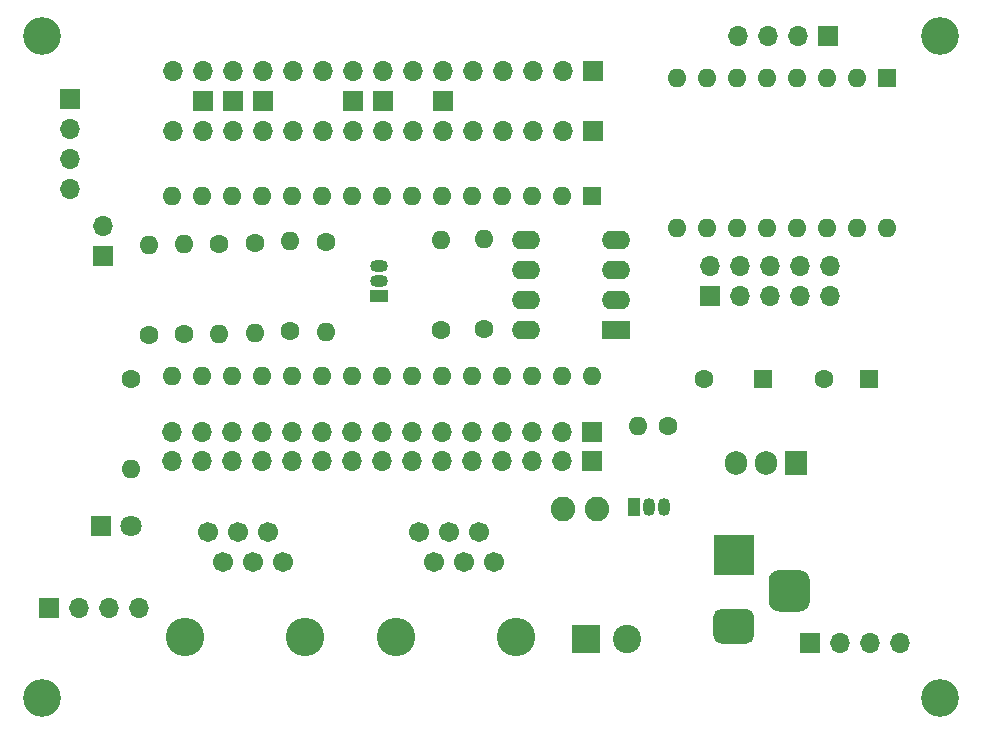
<source format=gbs>
%TF.GenerationSoftware,KiCad,Pcbnew,(5.1.9)-1*%
%TF.CreationDate,2021-12-11T18:31:37-05:00*%
%TF.ProjectId,LN-Stepper_v1_2,4c4e2d53-7465-4707-9065-725f76315f32,rev?*%
%TF.SameCoordinates,Original*%
%TF.FileFunction,Soldermask,Bot*%
%TF.FilePolarity,Negative*%
%FSLAX46Y46*%
G04 Gerber Fmt 4.6, Leading zero omitted, Abs format (unit mm)*
G04 Created by KiCad (PCBNEW (5.1.9)-1) date 2021-12-11 18:31:37*
%MOMM*%
%LPD*%
G01*
G04 APERTURE LIST*
%ADD10R,1.700000X1.700000*%
%ADD11O,1.700000X1.700000*%
%ADD12O,1.500000X1.050000*%
%ADD13R,1.500000X1.050000*%
%ADD14C,3.200000*%
%ADD15R,3.500000X3.500000*%
%ADD16O,1.050000X1.500000*%
%ADD17R,1.050000X1.500000*%
%ADD18C,3.251200*%
%ADD19C,1.701800*%
%ADD20O,1.600000X1.600000*%
%ADD21C,1.600000*%
%ADD22R,1.600000X1.600000*%
%ADD23C,2.082800*%
%ADD24R,2.400000X1.600000*%
%ADD25O,2.400000X1.600000*%
%ADD26R,1.800000X1.800000*%
%ADD27C,1.800000*%
%ADD28R,1.905000X2.000000*%
%ADD29O,1.905000X2.000000*%
%ADD30R,2.400000X2.400000*%
%ADD31C,2.400000*%
G04 APERTURE END LIST*
D10*
X120150000Y-91650000D03*
D11*
X120150000Y-89110000D03*
D12*
X143500000Y-93730000D03*
X143500000Y-92460000D03*
D13*
X143500000Y-95000000D03*
D14*
X191000000Y-129000000D03*
G36*
G01*
X179115000Y-121710000D02*
X177365000Y-121710000D01*
G75*
G02*
X176490000Y-120835000I0J875000D01*
G01*
X176490000Y-119085000D01*
G75*
G02*
X177365000Y-118210000I875000J0D01*
G01*
X179115000Y-118210000D01*
G75*
G02*
X179990000Y-119085000I0J-875000D01*
G01*
X179990000Y-120835000D01*
G75*
G02*
X179115000Y-121710000I-875000J0D01*
G01*
G37*
G36*
G01*
X174540000Y-124460000D02*
X172540000Y-124460000D01*
G75*
G02*
X171790000Y-123710000I0J750000D01*
G01*
X171790000Y-122210000D01*
G75*
G02*
X172540000Y-121460000I750000J0D01*
G01*
X174540000Y-121460000D01*
G75*
G02*
X175290000Y-122210000I0J-750000D01*
G01*
X175290000Y-123710000D01*
G75*
G02*
X174540000Y-124460000I-750000J0D01*
G01*
G37*
D15*
X173540000Y-116960000D03*
D14*
X191000000Y-73000000D03*
X115000000Y-129000000D03*
X115000000Y-73000000D03*
D16*
X166370000Y-112880000D03*
X167640000Y-112880000D03*
D17*
X165100000Y-112880000D03*
D18*
X155111000Y-123843600D03*
X144951000Y-123843600D03*
D19*
X153206000Y-117493600D03*
X146856000Y-114953600D03*
X151936000Y-114953600D03*
X148126000Y-117493600D03*
X149396000Y-114953600D03*
X150666000Y-117493600D03*
D20*
X165460000Y-106000000D03*
D21*
X168000000Y-106000000D03*
D20*
X125980000Y-101740000D03*
X125980000Y-86500000D03*
X161540000Y-101740000D03*
X128520000Y-86500000D03*
X159000000Y-101740000D03*
X131060000Y-86500000D03*
X156460000Y-101740000D03*
X133600000Y-86500000D03*
X153920000Y-101740000D03*
X136140000Y-86500000D03*
X151380000Y-101740000D03*
X138680000Y-86500000D03*
X148840000Y-101740000D03*
X141220000Y-86500000D03*
X146300000Y-101740000D03*
X143760000Y-86500000D03*
X143760000Y-101740000D03*
X146300000Y-86500000D03*
X141220000Y-101740000D03*
X148840000Y-86500000D03*
X138680000Y-101740000D03*
X151380000Y-86500000D03*
X136140000Y-101740000D03*
X153920000Y-86500000D03*
X133600000Y-101740000D03*
X156460000Y-86500000D03*
X131060000Y-101740000D03*
X159000000Y-86500000D03*
X128520000Y-101740000D03*
D22*
X161540000Y-86500000D03*
D18*
X137260000Y-123840000D03*
X127100000Y-123840000D03*
D19*
X135355000Y-117490000D03*
X129005000Y-114950000D03*
X134085000Y-114950000D03*
X130275000Y-117490000D03*
X131545000Y-114950000D03*
X132815000Y-117490000D03*
D23*
X159102200Y-113000000D03*
X161997800Y-113000000D03*
D24*
X163560000Y-97883200D03*
D25*
X155940000Y-90263200D03*
X163560000Y-95343200D03*
X155940000Y-92803200D03*
X163560000Y-92803200D03*
X155940000Y-95343200D03*
X163560000Y-90263200D03*
X155940000Y-97883200D03*
D26*
X120000000Y-114500000D03*
D27*
X122540000Y-114500000D03*
D11*
X125940000Y-109000000D03*
X128480000Y-109000000D03*
X131020000Y-109000000D03*
X133560000Y-109000000D03*
X136100000Y-109000000D03*
X138640000Y-109000000D03*
X141180000Y-109000000D03*
X143720000Y-109000000D03*
X146260000Y-109000000D03*
X148800000Y-109000000D03*
X151340000Y-109000000D03*
X153880000Y-109000000D03*
X156420000Y-109000000D03*
X158960000Y-109000000D03*
D10*
X161500000Y-109000000D03*
D11*
X125940000Y-106500000D03*
X128480000Y-106500000D03*
X131020000Y-106500000D03*
X133560000Y-106500000D03*
X136100000Y-106500000D03*
X138640000Y-106500000D03*
X141180000Y-106500000D03*
X143720000Y-106500000D03*
X146260000Y-106500000D03*
X148800000Y-106500000D03*
X151340000Y-106500000D03*
X153880000Y-106500000D03*
X156420000Y-106500000D03*
X158960000Y-106500000D03*
D10*
X161500000Y-106500000D03*
X161601600Y-81000000D03*
D11*
X159061600Y-81000000D03*
X156521600Y-81000000D03*
X153981600Y-81000000D03*
X151441600Y-81000000D03*
X148901600Y-81000000D03*
X146361600Y-81000000D03*
X143821600Y-81000000D03*
X141281600Y-81000000D03*
X138741600Y-81000000D03*
X136201600Y-81000000D03*
X133661600Y-81000000D03*
X131121600Y-81000000D03*
X128581600Y-81000000D03*
X126041600Y-81000000D03*
D10*
X161601600Y-75988400D03*
D11*
X159061600Y-75988400D03*
X156521600Y-75988400D03*
X153981600Y-75988400D03*
X151441600Y-75988400D03*
X148901600Y-75988400D03*
X146361600Y-75988400D03*
X143821600Y-75988400D03*
X141281600Y-75988400D03*
X138741600Y-75988400D03*
X136201600Y-75988400D03*
X133661600Y-75988400D03*
X131121600Y-75988400D03*
X128581600Y-75988400D03*
X126041600Y-75988400D03*
D10*
X141296000Y-78477600D03*
X133676000Y-78477600D03*
X131136000Y-78500000D03*
X128596000Y-78503000D03*
X143810600Y-78477600D03*
X148916000Y-78500000D03*
D20*
X136000000Y-90380000D03*
D21*
X136000000Y-98000000D03*
X130000000Y-90568000D03*
D20*
X130000000Y-98188000D03*
X148789000Y-90237800D03*
D21*
X148789000Y-97857800D03*
X133000000Y-90500000D03*
D20*
X133000000Y-98120000D03*
D21*
X124000000Y-98270000D03*
D20*
X124000000Y-90650000D03*
D21*
X139000000Y-90466400D03*
D20*
X139000000Y-98086400D03*
X127000000Y-90610000D03*
D21*
X127000000Y-98230000D03*
X122500000Y-102000000D03*
D20*
X122500000Y-109620000D03*
D22*
X186500000Y-76500000D03*
D20*
X168720000Y-89200000D03*
X183960000Y-76500000D03*
X171260000Y-89200000D03*
X181420000Y-76500000D03*
X173800000Y-89200000D03*
X178880000Y-76500000D03*
X176340000Y-89200000D03*
X176340000Y-76500000D03*
X178880000Y-89200000D03*
X173800000Y-76500000D03*
X181420000Y-89200000D03*
X171260000Y-76500000D03*
X183960000Y-89200000D03*
X168720000Y-76500000D03*
X186500000Y-89200000D03*
D22*
X185000000Y-102000000D03*
D21*
X181200000Y-102000000D03*
D22*
X176000000Y-102000000D03*
D21*
X171000000Y-102000000D03*
D10*
X181500000Y-73000000D03*
D11*
X178960000Y-73000000D03*
X176420000Y-73000000D03*
X173880000Y-73000000D03*
D28*
X178800000Y-109140000D03*
D29*
X176260000Y-109140000D03*
X173720000Y-109140000D03*
D30*
X161000000Y-124000000D03*
D31*
X164500000Y-124000000D03*
D10*
X171500000Y-95000000D03*
D11*
X171500000Y-92460000D03*
X174040000Y-95000000D03*
X174040000Y-92460000D03*
X176580000Y-95000000D03*
X176580000Y-92460000D03*
X179120000Y-95000000D03*
X179120000Y-92460000D03*
X181660000Y-95000000D03*
X181660000Y-92460000D03*
D21*
X152390000Y-97780000D03*
D20*
X152390000Y-90160000D03*
D10*
X117310000Y-78290000D03*
D11*
X117310000Y-80830000D03*
X117310000Y-83370000D03*
X117310000Y-85910000D03*
X123170000Y-121410000D03*
X120630000Y-121410000D03*
X118090000Y-121410000D03*
D10*
X115550000Y-121410000D03*
X179980000Y-124360000D03*
D11*
X182520000Y-124360000D03*
X185060000Y-124360000D03*
X187600000Y-124360000D03*
M02*

</source>
